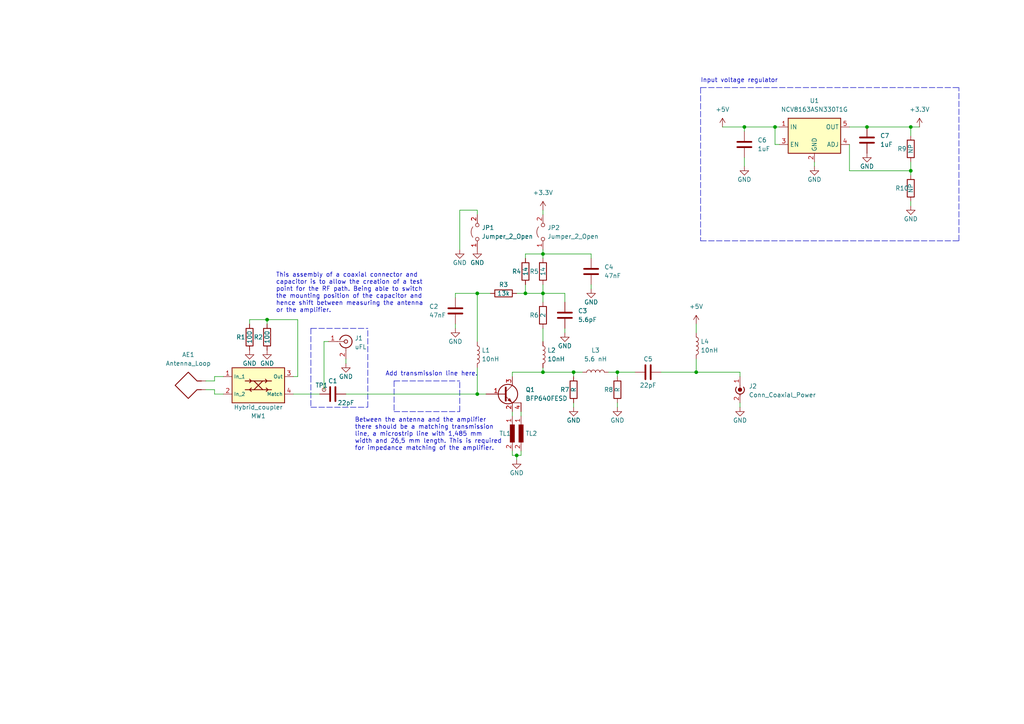
<source format=kicad_sch>
(kicad_sch (version 20211123) (generator eeschema)
  (paper "A4")
  (title_block (title "GNSS Microstrip Active Antenna") (date "2022-08-10") (company "The Antenna Guy"))
  (lib_symbols
    (symbol "Connector:Conn_Coaxial" (pin_names (offset 1.016) hide)
      (property "Reference" "J" (at 0.254 3.048 0))
      (property "Value" "Conn_Coaxial" (at 2.921 0 90))
      (symbol "Conn_Coaxial_0_1"
        (arc (start -1.778 -0.508) (mid 0.2311 -1.8066) (end 1.778 0) (stroke (width 0.254)))
        (polyline (pts (xy -2.54 0) (xy -0.508 0)))
        (polyline (pts (xy 0 -2.54) (xy 0 -1.778)))
        (circle (center 0 0) (radius 0.508) (stroke (width 0.2032)))
        (arc (start 1.778 0) (mid 0.2099 1.8101) (end -1.778 0.508) (stroke (width 0.254)))
      )
      (symbol "Conn_Coaxial_1_1"
        (pin passive line (at -5.08 0 0) (length 2.54) (name "In") (number "1"))
        (pin passive line (at 0 -5.08 90) (length 2.54) (name "Ext") (number "2"))
      )
    )
    (symbol "Connector:Conn_Coaxial_Power" (pin_names (offset 1.016) hide)
      (property "Reference" "J" (at -5.08 -1.27 90))
      (property "Value" "Conn_Coaxial_Power" (at -3.175 -1.27 90))
      (symbol "Conn_Coaxial_Power_0_1"
        (arc (start -1.27 -1.27) (mid 0 -2.54) (end 1.27 -1.27) (stroke (width 0.254)))
        (arc (start -1.016 -0.508) (mid -1.2048 -0.8684) (end -1.27 -1.27) (stroke (width 0.254)))
        (circle (center 0 -1.27) (radius 0.508) (stroke (width 0.2032)) (fill (type outline)))
        (polyline (pts (xy 0 -2.54) (xy 0 -3.048)))
        (polyline (pts (xy 0 0) (xy 0 -1.27)))
        (arc (start 1.27 -1.27) (mid 1.2048 -0.8684) (end 1.016 -0.508) (stroke (width 0.254)))
      )
      (symbol "Conn_Coaxial_Power_1_1"
        (pin passive line (at 0 2.54 270) (length 2.54) (name "In") (number "1"))
        (pin passive line (at 0 -5.08 90) (length 2.54) (name "Ext") (number "2"))
      )
    )
    (symbol "Connector:TestPoint_Small" (pin_numbers hide) (pin_names (offset 0.762) hide)
      (property "Reference" "TP" (at 0 3.81 0))
      (property "Value" "TestPoint_Small" (at 0 2.032 0))
      (symbol "TestPoint_Small_0_1"
        (circle (center 0 0) (radius 0.508))
      )
      (symbol "TestPoint_Small_1_1"
        (pin passive line (at 0 0 90) (length 0) (name "1") (number "1"))
      )
    )
    (symbol "Device:Antenna_Loop" (pin_numbers hide) (pin_names (offset 1.016) hide)
      (property "Reference" "AE" (at 1.27 6.35 0))
      (property "Value" "Antenna_Loop" (at 1.27 5.08 0))
      (symbol "Antenna_Loop_0_1"
        (polyline (pts (xy 2.54 -3.81) (xy 2.54 -2.54) (xy 5.08 0) (xy 1.27 3.81) (xy -2.54 0) (xy 0 -2.54) (xy 0 -3.81)) (stroke (width 0.254)))
      )
      (symbol "Antenna_Loop_1_1"
        (pin input line (at 0 -5.08 90) (length 2.54) (name "~") (number "1"))
        (pin input line (at 2.54 -5.08 90) (length 2.54) (name "~") (number "2"))
      )
    )
    (symbol "Device:C" (pin_numbers hide) (pin_names (offset 0.254))
      (property "Reference" "C" (at 0.635 2.54 0))
      (property "Value" "C" (at 0.635 -2.54 0))
      (symbol "C_0_1"
        (polyline (pts (xy -2.032 -0.762) (xy 2.032 -0.762)) (stroke (width 0.508)))
        (polyline (pts (xy -2.032 0.762) (xy 2.032 0.762)) (stroke (width 0.508)))
      )
      (symbol "C_1_1"
        (pin passive line (at 0 3.81 270) (length 2.794) (name "~") (number "1"))
        (pin passive line (at 0 -3.81 90) (length 2.794) (name "~") (number "2"))
      )
    )
    (symbol "Device:L" (pin_numbers hide) (pin_names (offset 1.016) hide)
      (property "Reference" "L" (at -1.27 0 90))
      (property "Value" "L" (at 1.905 0 90))
      (symbol "L_0_1"
        (arc (start 0 -2.54) (mid 0.635 -1.905) (end 0 -1.27))
        (arc (start 0 -1.27) (mid 0.635 -0.635) (end 0 0))
        (arc (start 0 0) (mid 0.635 0.635) (end 0 1.27))
        (arc (start 0 1.27) (mid 0.635 1.905) (end 0 2.54))
      )
      (symbol "L_1_1"
        (pin passive line (at 0 3.81 270) (length 1.27) (name "1") (number "1"))
        (pin passive line (at 0 -3.81 90) (length 1.27) (name "2") (number "2"))
      )
    )
    (symbol "Device:R" (pin_numbers hide) (pin_names (offset 0))
      (property "Reference" "R" (at 2.032 0 90))
      (property "Value" "R" (at 0 0 90))
      (symbol "R_0_1"
        (rectangle (start -1.016 -2.54) (end 1.016 2.54) (stroke (width 0.254)))
      )
      (symbol "R_1_1"
        (pin passive line (at 0 3.81 270) (length 1.27) (name "~") (number "1"))
        (pin passive line (at 0 -3.81 90) (length 1.27) (name "~") (number "2"))
      )
    )
    (symbol "Jumper:Jumper_2_Open" (pin_names (offset 0) hide)
      (property "Reference" "JP" (at 0 2.794 0))
      (property "Value" "Jumper_2_Open" (at 0 -2.286 0))
      (symbol "Jumper_2_Open_0_0"
        (circle (center -2.032 0) (radius 0.508))
        (circle (center 2.032 0) (radius 0.508))
      )
      (symbol "Jumper_2_Open_0_1"
        (arc (start 1.524 1.27) (mid 0 1.778) (end -1.524 1.27))
      )
      (symbol "Jumper_2_Open_1_1"
        (pin passive line (at -5.08 0 0) (length 2.54) (name "A") (number "1"))
        (pin passive line (at 5.08 0 180) (length 2.54) (name "B") (number "2"))
      )
    )
    (symbol "gnss_antenna_lib:Emiter_load_line" (in_bom no)
      (property "Reference" "TL" (at 0 -1.905 0))
      (symbol "Emiter_load_line_0_1"
        (rectangle (start -2.54 0.635) (end 2.54 -0.635) (fill (type outline)))
      )
      (symbol "Emiter_load_line_1_1"
        (pin passive line (at -5.08 0 0) (length 2.54) (name "") (number "1"))
        (pin passive line (at 5.08 0 180) (length 2.54) (name "") (number "2"))
      )
    )
    (symbol "gnss_antenna_lib:Hybrid_coupler" (in_bom no)
      (property "Reference" "MW" (at 0 6.35 0))
      (property "Value" "Hybrid_coupler" (at 0.635 8.255 0))
      (symbol "Hybrid_coupler_0_1"
        (rectangle (start -7.62 5.08) (end 7.62 -5.08) (stroke (width 0.254)) (fill (type background)))
      )
      (symbol "Hybrid_coupler_1_1"
        (polyline (pts (xy -3.81 -1.27) (xy 3.81 -1.27)) (stroke (width 0.254)))
        (polyline (pts (xy -3.81 1.27) (xy 3.81 1.27)) (stroke (width 0.254)))
        (polyline (pts (xy -2.54 -1.27) (xy -2.032 -1.778)) (stroke (width 0.254)))
        (polyline (pts (xy -2.54 1.778) (xy -2.032 1.27)) (stroke (width 0.254)))
        (polyline (pts (xy -2.032 -0.762) (xy -2.54 -1.27)) (stroke (width 0.254)))
        (polyline (pts (xy -2.032 1.27) (xy -2.54 0.762)) (stroke (width 0.254)))
        (polyline (pts (xy -1.27 1.27) (xy 1.27 -1.27)) (stroke (width 0.254)))
        (polyline (pts (xy 1.27 1.27) (xy -1.27 -1.27)) (stroke (width 0.254)))
        (polyline (pts (xy 2.032 1.778) (xy 2.54 1.27)) (stroke (width 0.254)))
        (polyline (pts (xy 2.286 -0.762) (xy 2.794 -1.27)) (stroke (width 0.254)))
        (polyline (pts (xy 2.54 1.27) (xy 2.032 0.762)) (stroke (width 0.254)))
        (polyline (pts (xy 2.794 -1.27) (xy 2.286 -1.778)) (stroke (width 0.254)))
        (pin passive line (at -10.16 2.54 0) (length 2.54) (name "In_1") (number "1"))
        (pin passive line (at -10.16 -2.54 0) (length 2.54) (name "In_2") (number "2"))
        (pin passive line (at 10.16 2.54 180) (length 2.54) (name "Out") (number "3"))
        (pin passive line (at 10.16 -2.54 180) (length 2.54) (name "Match") (number "4"))
      )
    )
    (symbol "gnss_antenna_lib:NCV8163ASN330T1G"
      (property "Reference" "U" (at 0 8.89 0))
      (property "Value" "NCV8163ASN330T1G" (at 0 6.35 0))
      (symbol "NCV8163ASN330T1G_0_1"
        (rectangle (start -7.62 5.08) (end 7.62 -5.08) (stroke (width 0.254)) (fill (type background)))
      )
      (symbol "NCV8163ASN330T1G_1_1"
        (pin power_in line (at -10.16 2.54 0) (length 2.54) (name "IN") (number "1"))
        (pin power_in line (at 0 -7.62 90) (length 2.54) (name "GND") (number "2"))
        (pin input line (at -10.16 -2.54 0) (length 2.54) (name "EN") (number "3"))
        (pin passive line (at 10.16 -2.54 180) (length 2.54) (name "ADJ") (number "4"))
        (pin power_out line (at 10.16 2.54 180) (length 2.54) (name "OUT") (number "5"))
      )
    )
    (symbol "gnss_antenna_lib:Q_NPN_BECE" (pin_names (offset 0) hide)
      (property "Reference" "Q" (at 5.08 1.27 0))
      (property "Value" "Q_NPN_BECE" (at 5.08 -1.27 0))
      (symbol "Q_NPN_BECE_0_1"
        (polyline (pts (xy 0.635 0.635) (xy 2.54 2.54)))
        (polyline (pts (xy 5.08 -2.54) (xy 2.54 -2.54)))
        (polyline (pts (xy 0.635 -0.635) (xy 2.54 -2.54) (xy 2.54 -2.54)))
        (polyline (pts (xy 0.635 1.905) (xy 0.635 -1.905) (xy 0.635 -1.905)) (stroke (width 0.508)))
        (polyline (pts (xy 1.27 -1.778) (xy 1.778 -1.27) (xy 2.286 -2.286) (xy 1.27 -1.778) (xy 1.27 -1.778)) (fill (type outline)))
        (circle (center 1.27 0) (radius 2.8194) (stroke (width 0.254)))
      )
      (symbol "Q_NPN_BECE_1_1"
        (pin input line (at -5.08 0 0) (length 5.715) (name "B") (number "1"))
        (pin passive line (at 2.54 -5.08 90) (length 2.54) (name "E") (number "2"))
        (pin passive line (at 2.54 5.08 270) (length 2.54) (name "C") (number "3"))
        (pin passive line (at 5.08 -5.08 90) (length 2.54) (name "E") (number "4"))
      )
    )
    (symbol "power:+3.3V" (power) (pin_names (offset 0))
      (property "Value" "+3.3V" (at 0 3.556 0))
      (symbol "+3.3V_0_1"
        (polyline (pts (xy -0.762 1.27) (xy 0 2.54)))
        (polyline (pts (xy 0 0) (xy 0 2.54)))
        (polyline (pts (xy 0 2.54) (xy 0.762 1.27)))
      )
      (symbol "+3.3V_1_1"
        (pin power_in line (at 0 0 90) (length 0) hide (name "+3.3V") (number "1"))
      )
    )
    (symbol "power:+5V" (power) (pin_names (offset 0))
      (property "Value" "+5V" (at 0 3.556 0))
      (symbol "+5V_0_1"
        (polyline (pts (xy -0.762 1.27) (xy 0 2.54)))
        (polyline (pts (xy 0 0) (xy 0 2.54)))
        (polyline (pts (xy 0 2.54) (xy 0.762 1.27)))
      )
      (symbol "+5V_1_1"
        (pin power_in line (at 0 0 90) (length 0) hide (name "+5V") (number "1"))
      )
    )
    (symbol "power:GND" (power) (pin_names (offset 0))
      (property "Value" "GND" (at 0 -3.81 0))
      (symbol "GND_0_1"
        (polyline (pts (xy 0 0) (xy 0 -1.27) (xy 1.27 -1.27) (xy 0 -2.54) (xy -1.27 -1.27) (xy 0 -1.27)))
      )
      (symbol "GND_1_1"
        (pin power_in line (at 0 0 270) (length 0) hide (name "GND") (number "1"))
      )
    )
  )
  (junction (at 149.86 132.08))
  (junction (at 157.48 107.95))
  (junction (at 264.16 49.53))
  (junction (at 157.48 85.09))
  (junction (at 215.9 36.83))
  (junction (at 138.43 85.09))
  (junction (at 166.37 107.95))
  (junction (at 251.46 36.83))
  (junction (at 157.48 73.66))
  (junction (at 179.07 107.95))
  (junction (at 138.43 114.3))
  (junction (at 264.16 36.83))
  (junction (at 77.47 92.71))
  (junction (at 201.93 107.95))
  (junction (at 224.79 36.83))
  (junction (at 152.4 85.09))
  (wire (pts (xy 77.47 92.71) (xy 77.47 93.98)))
  (wire (pts (xy 138.43 85.09) (xy 138.43 99.06)))
  (wire (pts (xy 100.33 104.14) (xy 100.33 105.41)))
  (wire (pts (xy 215.9 36.83) (xy 224.79 36.83)))
  (wire (pts (xy 93.98 99.06) (xy 95.25 99.06)))
  (wire (pts (xy 85.09 109.22) (xy 86.36 109.22)))
  (wire (pts (xy 246.38 41.91) (xy 246.38 49.53)))
  (wire (pts (xy 62.23 114.3) (xy 64.77 114.3)))
  (wire (pts (xy 72.39 93.98) (xy 72.39 92.71)))
  (wire (pts (xy 148.59 132.08) (xy 149.86 132.08)))
  (wire (pts (xy 152.4 73.66) (xy 157.48 73.66)))
  (polyline (pts (xy 203.2 69.85) (xy 278.13 69.85)))
  (wire (pts (xy 166.37 116.84) (xy 166.37 118.11)))
  (wire (pts (xy 132.08 85.09) (xy 138.43 85.09)))
  (wire (pts (xy 179.07 107.95) (xy 184.15 107.95)))
  (wire (pts (xy 138.43 114.3) (xy 140.97 114.3)))
  (wire (pts (xy 62.23 113.03) (xy 62.23 114.3)))
  (wire (pts (xy 149.86 132.08) (xy 151.13 132.08)))
  (wire (pts (xy 86.36 109.22) (xy 86.36 92.71)))
  (wire (pts (xy 201.93 104.14) (xy 201.93 107.95)))
  (wire (pts (xy 214.63 116.84) (xy 214.63 118.11)))
  (wire (pts (xy 133.35 60.96) (xy 133.35 72.39)))
  (wire (pts (xy 132.08 93.98) (xy 132.08 95.25)))
  (wire (pts (xy 157.48 85.09) (xy 163.83 85.09)))
  (wire (pts (xy 59.69 110.49) (xy 62.23 110.49)))
  (wire (pts (xy 148.59 130.81) (xy 148.59 132.08)))
  (wire (pts (xy 236.22 46.99) (xy 236.22 48.26)))
  (wire (pts (xy 93.98 113.03) (xy 93.98 99.06)))
  (wire (pts (xy 138.43 85.09) (xy 142.24 85.09)))
  (wire (pts (xy 148.59 119.38) (xy 148.59 120.65)))
  (wire (pts (xy 171.45 73.66) (xy 171.45 74.93)))
  (wire (pts (xy 157.48 73.66) (xy 171.45 73.66)))
  (wire (pts (xy 100.33 114.3) (xy 138.43 114.3)))
  (wire (pts (xy 209.55 36.83) (xy 215.9 36.83)))
  (wire (pts (xy 151.13 119.38) (xy 151.13 120.65)))
  (wire (pts (xy 86.36 92.71) (xy 77.47 92.71)))
  (wire (pts (xy 59.69 113.03) (xy 62.23 113.03)))
  (wire (pts (xy 224.79 36.83) (xy 224.79 41.91)))
  (wire (pts (xy 152.4 74.93) (xy 152.4 73.66)))
  (wire (pts (xy 148.59 107.95) (xy 157.48 107.95)))
  (wire (pts (xy 152.4 82.55) (xy 152.4 85.09)))
  (wire (pts (xy 148.59 109.22) (xy 148.59 107.95)))
  (wire (pts (xy 157.48 72.39) (xy 157.48 73.66)))
  (wire (pts (xy 151.13 130.81) (xy 151.13 132.08)))
  (polyline (pts (xy 90.17 118.11) (xy 106.68 118.11)))
  (wire (pts (xy 215.9 45.72) (xy 215.9 48.26)))
  (wire (pts (xy 157.48 60.96) (xy 157.48 62.23)))
  (polyline (pts (xy 114.3 110.49) (xy 133.35 110.49)))
  (wire (pts (xy 157.48 106.68) (xy 157.48 107.95)))
  (wire (pts (xy 251.46 36.83) (xy 264.16 36.83)))
  (wire (pts (xy 191.77 107.95) (xy 201.93 107.95)))
  (polyline (pts (xy 106.68 118.11) (xy 106.68 95.25)))
  (wire (pts (xy 179.07 107.95) (xy 179.07 109.22)))
  (wire (pts (xy 179.07 116.84) (xy 179.07 118.11)))
  (wire (pts (xy 138.43 60.96) (xy 133.35 60.96)))
  (wire (pts (xy 201.93 93.98) (xy 201.93 96.52)))
  (wire (pts (xy 246.38 36.83) (xy 251.46 36.83)))
  (wire (pts (xy 246.38 49.53) (xy 264.16 49.53)))
  (wire (pts (xy 214.63 107.95) (xy 214.63 109.22)))
  (wire (pts (xy 157.48 73.66) (xy 157.48 74.93)))
  (wire (pts (xy 62.23 109.22) (xy 64.77 109.22)))
  (polyline (pts (xy 203.2 25.4) (xy 278.13 25.4)))
  (wire (pts (xy 201.93 107.95) (xy 214.63 107.95)))
  (wire (pts (xy 264.16 58.42) (xy 264.16 59.69)))
  (polyline (pts (xy 278.13 69.85) (xy 278.13 25.4)))
  (wire (pts (xy 226.06 41.91) (xy 224.79 41.91)))
  (polyline (pts (xy 114.3 110.49) (xy 114.3 119.38)))
  (wire (pts (xy 157.48 107.95) (xy 166.37 107.95)))
  (wire (pts (xy 264.16 49.53) (xy 264.16 50.8)))
  (wire (pts (xy 157.48 95.25) (xy 157.48 99.06)))
  (polyline (pts (xy 133.35 119.38) (xy 133.35 110.49)))
  (wire (pts (xy 132.08 86.36) (xy 132.08 85.09)))
  (polyline (pts (xy 90.17 95.25) (xy 90.17 109.22)))
  (wire (pts (xy 149.86 132.08) (xy 149.86 133.35)))
  (wire (pts (xy 166.37 107.95) (xy 168.91 107.95)))
  (wire (pts (xy 157.48 85.09) (xy 157.48 87.63)))
  (wire (pts (xy 85.09 114.3) (xy 92.71 114.3)))
  (polyline (pts (xy 90.17 95.25) (xy 106.68 95.25)))
  (wire (pts (xy 215.9 36.83) (xy 215.9 38.1)))
  (wire (pts (xy 176.53 107.95) (xy 179.07 107.95)))
  (wire (pts (xy 152.4 85.09) (xy 157.48 85.09)))
  (wire (pts (xy 138.43 106.68) (xy 138.43 114.3)))
  (polyline (pts (xy 203.2 25.4) (xy 203.2 69.85)))
  (wire (pts (xy 157.48 82.55) (xy 157.48 85.09)))
  (wire (pts (xy 224.79 36.83) (xy 226.06 36.83)))
  (wire (pts (xy 166.37 107.95) (xy 166.37 109.22)))
  (wire (pts (xy 163.83 87.63) (xy 163.83 85.09)))
  (polyline (pts (xy 90.17 109.22) (xy 90.17 118.11)))
  (polyline (pts (xy 114.3 119.38) (xy 133.35 119.38)))
  (wire (pts (xy 264.16 36.83) (xy 266.7 36.83)))
  (wire (pts (xy 163.83 95.25) (xy 163.83 96.52)))
  (wire (pts (xy 149.86 85.09) (xy 152.4 85.09)))
  (wire (pts (xy 138.43 62.23) (xy 138.43 60.96)))
  (wire (pts (xy 264.16 36.83) (xy 264.16 39.37)))
  (wire (pts (xy 171.45 82.55) (xy 171.45 83.82)))
  (wire (pts (xy 62.23 110.49) (xy 62.23 109.22)))
  (wire (pts (xy 264.16 46.99) (xy 264.16 49.53)))
  (wire (pts (xy 72.39 92.71) (xy 77.47 92.71)))
  (text "This assembly of a coaxial connector and \ncapacitor is to allow the creation of a test \npoint for the RF path. Being able to switch \nthe mounting position of the capacitor and \nhence shift between measuring the antenna \nor the amplifier." (at 80.01 90.805 0) (effects (font (size 1.27 1.27)) (justify left bottom)))
  (text "Between the antenna and the amplifier \nthere should be a matching transmission \nline, a microstrip line with 1,485 mm \nwidth and 26,5 mm length. This is required \nfor impedance matching of the amplifier." (at 102.87 130.81 0) (effects (font (size 1.27 1.27)) (justify left bottom)))
  (text "Add transmission line here." (at 111.76 109.22 0) (effects (font (size 1.27 1.27)) (justify left bottom)))
  (text "Input voltage regulator" (at 203.2 24.13 0) (effects (font (size 1.27 1.27)) (justify left bottom)))
  (symbol (lib_id "Device:R") (at 264.16 43.18 180) (unit 1)
    (property "Reference" "R9" (at 261.62 43.18 0))
    (property "Value" "NP" (at 264.16 43.18 90))
    (property "Footprint" "Resistor_SMD:R_0402_1005Metric_Pad0.72x0.64mm_HandSolder" (effects hide))
  )
  (symbol (lib_id "power:GND") (at 149.86 133.35 0) (mirror y) (unit 1)
    (property "Reference" "#PWR06" (effects hide))
    (property "Value" "GND" (at 149.86 137.16 0))
  )
  (symbol (lib_id "Device:R") (at 146.05 85.09 90) (unit 1)
    (property "Reference" "R3" (at 146.05 82.55 90))
    (property "Value" "13k" (at 146.05 85.09 90))
    (property "Footprint" "Resistor_SMD:R_0603_1608Metric" (effects hide))
    (property "Datasheet" "https://datasheet.lcsc.com/lcsc/2206010130_UNI-ROYAL-Uniroyal-Elec-0603WAF1302T5E_C22797.pdf" (effects hide))
    (property "Supplier" "JLCPCB" (effects hide))
    (property "Supplier PN" "C22797" (effects hide))
  )
  (symbol (lib_id "power:GND") (at 100.33 105.41 0) (unit 1)
    (property "Reference" "#PWR03" (effects hide))
    (property "Value" "GND" (at 100.33 109.22 0))
  )
  (symbol (lib_id "power:GND") (at 171.45 83.82 0) (unit 1)
    (property "Reference" "#PWR010" (effects hide))
    (property "Value" "GND" (at 171.45 87.63 0))
  )
  (symbol (lib_id "power:+3.3V") (at 157.48 60.96 0) (unit 1)
    (property "Reference" "#PWR07" (effects hide))
    (property "Value" "+3.3V" (at 157.48 55.88 0))
  )
  (symbol (lib_id "Connector:TestPoint_Small") (at 93.98 113.03 0) (unit 1)
    (property "Reference" "TP1" (at 91.44 111.76 0) (effects (justify left)))
    (property "Value" "TestPoint_Small" (effects hide))
    (property "Footprint" "TestPoint:TestPoint_Pad_1.0x1.0mm" (effects hide))
  )
  (symbol (lib_id "power:GND") (at 264.16 59.69 0) (unit 1)
    (property "Reference" "#PWR018" (effects hide))
    (property "Value" "GND" (at 264.16 63.5 0))
  )
  (symbol (lib_id "power:+5V") (at 201.93 93.98 0) (unit 1)
    (property "Reference" "#PWR012" (effects hide))
    (property "Value" "+5V" (at 201.93 88.9 0))
  )
  (symbol (lib_id "Device:R") (at 157.48 78.74 180) (unit 1)
    (property "Reference" "R5" (at 154.94 78.74 0))
    (property "Value" "14" (at 157.48 78.74 90))
    (property "Footprint" "Resistor_SMD:R_0603_1608Metric" (effects hide))
    (property "Supplier" "JLCPCB" (effects hide))
  )
  (symbol (lib_id "Device:R") (at 179.07 113.03 180) (unit 1)
    (property "Reference" "R8" (at 176.53 113.03 0))
    (property "Value" "R" (at 179.07 113.03 90))
    (property "Footprint" "Resistor_SMD:R_0402_1005Metric_Pad0.72x0.64mm_HandSolder" (effects hide))
  )
  (symbol (lib_id "Connector:Conn_Coaxial") (at 100.33 99.06 0) (unit 1)
    (property "Reference" "J1" (at 102.87 98.0831 0) (effects (justify left)))
    (property "Value" "uFL" (at 102.87 100.6231 0) (effects (justify left)))
    (property "Footprint" "Connector_Coaxial:U.FL_Hirose_U.FL-R-SMT-1_Vertical" (effects hide))
    (property "Datasheet" " ~" (effects hide))
  )
  (symbol (lib_id "power:GND") (at 133.35 72.39 0) (unit 1)
    (property "Reference" "#PWR0101" (effects hide))
    (property "Value" "GND" (at 133.35 76.2 0))
  )
  (symbol (lib_id "Device:R") (at 72.39 97.79 180) (unit 1)
    (property "Reference" "R1" (at 69.85 97.79 0))
    (property "Value" "100" (at 72.39 97.79 90))
    (property "Footprint" "Resistor_SMD:R_0402_1005Metric_Pad0.72x0.64mm_HandSolder" (effects hide))
  )
  (symbol (lib_id "gnss_antenna_lib:Hybrid_coupler") (at 74.93 111.76 0) (unit 1) (in_bom no)
    (property "Reference" "MW1" (at 74.93 120.65 0))
    (property "Value" "Hybrid_coupler" (at 74.93 118.11 0))
    (property "Footprint" "gnss_antenna:hybrid_square_1.575ghz" (effects hide))
  )
  (symbol (lib_id "power:+3.3V") (at 266.7 36.83 0) (unit 1)
    (property "Reference" "#PWR019" (effects hide))
    (property "Value" "+3.3V" (at 266.7 31.75 0))
  )
  (symbol (lib_id "power:GND") (at 166.37 118.11 0) (unit 1)
    (property "Reference" "#PWR09" (effects hide))
    (property "Value" "GND" (at 166.37 121.92 0))
  )
  (symbol (lib_id "Device:C") (at 215.9 41.91 0) (unit 1)
    (property "Reference" "C6" (at 219.71 40.6399 0) (effects (justify left)))
    (property "Value" "1uF" (at 219.71 43.1799 0) (effects (justify left)))
    (property "Footprint" "Capacitor_SMD:C_0603_1608Metric_Pad1.08x0.95mm_HandSolder" (effects hide))
  )
  (symbol (lib_id "Device:C") (at 171.45 78.74 0) (unit 1)
    (property "Reference" "C4" (at 175.26 77.4699 0) (effects (justify left)))
    (property "Value" "47nF" (at 175.26 80.0099 0) (effects (justify left)))
    (property "Footprint" "Capacitor_SMD:C_0603_1608Metric_Pad1.08x0.95mm_HandSolder" (effects hide))
  )
  (symbol (lib_id "power:+5V") (at 209.55 36.83 0) (unit 1)
    (property "Reference" "#PWR013" (effects hide))
    (property "Value" "+5V" (at 209.55 31.75 0))
  )
  (symbol (lib_id "power:GND") (at 251.46 44.45 0) (unit 1)
    (property "Reference" "#PWR017" (effects hide))
    (property "Value" "GND" (at 251.46 48.26 0))
  )
  (symbol (lib_id "Device:C") (at 187.96 107.95 90) (unit 1)
    (property "Reference" "C5" (at 187.96 104.14 90))
    (property "Value" "22pF" (at 187.96 111.76 90))
    (property "Footprint" "Capacitor_SMD:C_0402_1005Metric_Pad0.74x0.62mm_HandSolder" (effects hide))
  )
  (symbol (lib_id "Device:L") (at 138.43 102.87 0) (unit 1)
    (property "Reference" "L1" (at 139.7 101.5999 0) (effects (justify left)))
    (property "Value" "10nH" (at 139.7 104.1399 0) (effects (justify left)))
    (property "Footprint" "Inductor_SMD:L_0402_1005Metric" (effects hide))
    (property "Datasheet" "https://datasheet.lcsc.com/lcsc/2110081230_Sunlord-SDCL1005C10NJTDF_C27147.pdf" (effects hide))
    (property "Supplier" "JLCPCB" (effects hide))
    (property "Supplier PN" "C27147" (effects hide))
  )
  (symbol (lib_id "Device:C") (at 96.52 114.3 90) (unit 1)
    (property "Reference" "C1" (at 96.52 110.49 90))
    (property "Value" "22pF" (at 100.33 116.84 90))
    (property "Footprint" "Capacitor_SMD:C_0402_1005Metric_Pad0.74x0.62mm_HandSolder" (effects hide))
  )
  (symbol (lib_id "power:GND") (at 138.43 72.39 0) (unit 1)
    (property "Reference" "#PWR05" (effects hide))
    (property "Value" "GND" (at 138.43 76.2 0))
  )
  (symbol (lib_id "Connector:Conn_Coaxial_Power") (at 214.63 111.76 0) (unit 1)
    (property "Reference" "J2" (at 217.17 112.0139 0) (effects (justify left)))
    (property "Value" "Conn_Coaxial_Power" (at 217.17 114.5539 0) (effects (justify left)))
    (property "Footprint" "Connector_Coaxial:SMA_Molex_73251-1153_EdgeMount_Horizontal" (effects hide))
  )
  (symbol (lib_id "power:GND") (at 214.63 118.11 0) (unit 1)
    (property "Reference" "#PWR014" (effects hide))
    (property "Value" "GND" (at 214.63 121.92 0))
  )
  (symbol (lib_id "power:GND") (at 163.83 96.52 0) (unit 1)
    (property "Reference" "#PWR08" (effects hide))
    (property "Value" "GND" (at 163.83 100.33 0))
  )
  (symbol (lib_id "Device:R") (at 166.37 113.03 180) (unit 1)
    (property "Reference" "R7" (at 163.83 113.03 0))
    (property "Value" "R" (at 166.37 113.03 90))
    (property "Footprint" "Resistor_SMD:R_0402_1005Metric_Pad0.72x0.64mm_HandSolder" (effects hide))
  )
  (symbol (lib_id "Device:C") (at 163.83 91.44 0) (unit 1)
    (property "Reference" "C3" (at 167.64 90.1699 0) (effects (justify left)))
    (property "Value" "5.6pF" (at 167.64 92.7099 0) (effects (justify left)))
    (property "Footprint" "Capacitor_SMD:C_0402_1005Metric_Pad0.74x0.62mm_HandSolder" (effects hide))
  )
  (symbol (lib_id "Jumper:Jumper_2_Open") (at 138.43 67.31 90) (unit 1)
    (property "Reference" "JP1" (at 139.7 66.0399 90) (effects (justify right)))
    (property "Value" "Jumper_2_Open" (at 139.7 68.5799 90) (effects (justify right)))
    (property "Footprint" "Connector_PinHeader_2.54mm:PinHeader_1x02_P2.54mm_Vertical" (effects hide))
  )
  (symbol (lib_id "Device:R") (at 152.4 78.74 180) (unit 1)
    (property "Reference" "R4" (at 149.86 78.74 0))
    (property "Value" "14" (at 152.4 78.74 90))
    (property "Footprint" "Resistor_SMD:R_0603_1608Metric" (effects hide))
    (property "Supplier" "JLCPCB" (effects hide))
  )
  (symbol (lib_id "gnss_antenna_lib:Emiter_load_line") (at 151.13 125.73 270) (unit 1) (in_bom no)
    (property "Reference" "TL2" (at 152.4 125.73 90) (effects (justify left)))
    (property "Value" "Emiter_load_line" (effects hide))
    (property "Footprint" "gnss_antenna:BFP640FESD_emitter_loadline" (effects hide))
  )
  (symbol (lib_id "power:GND") (at 179.07 118.11 0) (unit 1)
    (property "Reference" "#PWR011" (effects hide))
    (property "Value" "GND" (at 179.07 121.92 0))
  )
  (symbol (lib_id "power:GND") (at 236.22 48.26 0) (unit 1)
    (property "Reference" "#PWR016" (effects hide))
    (property "Value" "GND" (at 236.22 52.07 0))
  )
  (symbol (lib_id "Device:C") (at 251.46 40.64 0) (unit 1)
    (property "Reference" "C7" (at 255.27 39.3699 0) (effects (justify left)))
    (property "Value" "1uF" (at 255.27 41.9099 0) (effects (justify left)))
    (property "Footprint" "Capacitor_SMD:C_0603_1608Metric_Pad1.08x0.95mm_HandSolder" (effects hide))
  )
  (symbol (lib_id "gnss_antenna_lib:Emiter_load_line") (at 148.59 125.73 270) (unit 1) (in_bom no)
    (property "Reference" "TL1" (at 144.78 125.73 90) (effects (justify left)))
    (property "Value" "Emiter_load_line" (effects hide))
    (property "Footprint" "gnss_antenna:BFP640FESD_emitter_loadline" (effects hide))
  )
  (symbol (lib_id "power:GND") (at 77.47 101.6 0) (unit 1)
    (property "Reference" "#PWR02" (effects hide))
    (property "Value" "GND" (at 77.47 105.41 0))
  )
  (symbol (lib_id "Device:L") (at 201.93 100.33 0) (unit 1)
    (property "Reference" "L4" (at 203.2 99.0599 0) (effects (justify left)))
    (property "Value" "10nH" (at 203.2 101.5999 0) (effects (justify left)))
    (property "Footprint" "Inductor_SMD:L_0402_1005Metric" (effects hide))
    (property "Datasheet" "https://datasheet.lcsc.com/lcsc/2110081230_Sunlord-SDCL1005C10NJTDF_C27147.pdf" (effects hide))
    (property "Supplier" "JLCPCB" (effects hide))
    (property "Supplier PN" "C27147" (effects hide))
  )
  (symbol (lib_id "Device:R") (at 157.48 91.44 180) (unit 1)
    (property "Reference" "R6" (at 154.94 91.44 0))
    (property "Value" "2" (at 157.48 91.44 90))
    (property "Footprint" "Resistor_SMD:R_0603_1608Metric" (effects hide))
    (property "Datasheet" "https://datasheet.lcsc.com/lcsc/2206010116_UNI-ROYAL-Uniroyal-Elec-0603WAF200KT5E_C22977.pdf" (effects hide))
    (property "Supplier" "JLCPCB" (effects hide))
    (property "Supplier PN" "C22977" (effects hide))
  )
  (symbol (lib_id "Jumper:Jumper_2_Open") (at 157.48 67.31 90) (unit 1)
    (property "Reference" "JP2" (at 158.75 66.0399 90) (effects (justify right)))
    (property "Value" "Jumper_2_Open" (at 158.75 68.5799 90) (effects (justify right)))
    (property "Footprint" "Connector_PinHeader_2.54mm:PinHeader_1x02_P2.54mm_Vertical" (effects hide))
  )
  (symbol (lib_id "gnss_antenna_lib:Q_NPN_BECE") (at 146.05 114.3 0) (unit 1)
    (property "Reference" "Q1" (at 152.4 113.0299 0) (effects (justify left)))
    (property "Value" "BFP640FESD" (at 152.4 115.5699 0) (effects (justify left)))
    (property "Footprint" "gnss_antenna:BFP640FESDH6327" (effects hide))
    (property "Manufacturer" "Infineon" (effects hide))
    (property "Supplier" "Mouser" (effects hide))
    (property "Supplier PN" "726-BFP640FESDH6327" (effects hide))
  )
  (symbol (lib_id "power:GND") (at 215.9 48.26 0) (unit 1)
    (property "Reference" "#PWR015" (effects hide))
    (property "Value" "GND" (at 215.9 52.07 0))
  )
  (symbol (lib_id "Device:C") (at 132.08 90.17 180) (unit 1)
    (property "Reference" "C2" (at 124.46 88.9 0) (effects (justify right)))
    (property "Value" "47nF" (at 124.46 91.44 0) (effects (justify right)))
    (property "Footprint" "Capacitor_SMD:C_0603_1608Metric_Pad1.08x0.95mm_HandSolder" (effects hide))
  )
  (symbol (lib_id "power:GND") (at 72.39 101.6 0) (unit 1)
    (property "Reference" "#PWR01" (effects hide))
    (property "Value" "GND" (at 72.39 105.41 0))
  )
  (symbol (lib_id "Device:Antenna_Loop") (at 54.61 110.49 90) (mirror x) (unit 1)
    (property "Reference" "AE1" (at 54.61 102.87 90))
    (property "Value" "Antenna_Loop" (at 54.61 105.41 90))
    (property "Footprint" "gnss_antenna:ring_patch_feed-points" (effects hide))
  )
  (symbol (lib_id "Device:L") (at 157.48 102.87 0) (unit 1)
    (property "Reference" "L2" (at 158.75 101.5999 0) (effects (justify left)))
    (property "Value" "10nH" (at 158.75 104.1399 0) (effects (justify left)))
    (property "Footprint" "Inductor_SMD:L_0402_1005Metric" (effects hide))
    (property "Datasheet" "https://datasheet.lcsc.com/lcsc/2110081230_Sunlord-SDCL1005C10NJTDF_C27147.pdf" (effects hide))
    (property "Supplier" "JLCPCB" (effects hide))
    (property "Supplier PN" "C27147" (effects hide))
  )
  (symbol (lib_id "power:GND") (at 132.08 95.25 0) (unit 1)
    (property "Reference" "#PWR04" (effects hide))
    (property "Value" "GND" (at 132.08 99.06 0))
  )
  (symbol (lib_id "Device:L") (at 172.72 107.95 90) (unit 1)
    (property "Reference" "L3" (at 172.72 101.6 90))
    (property "Value" "5.6 nH" (at 172.72 104.14 90))
    (property "Footprint" "Inductor_SMD:L_0402_1005Metric_Pad0.77x0.64mm_HandSolder" (effects hide))
    (property "Supplier" "JLCPCB" (effects hide))
    (property "Supplier PN" "C86066" (effects hide))
  )
  (symbol (lib_id "Device:R") (at 77.47 97.79 180) (unit 1)
    (property "Reference" "R2" (at 74.93 97.79 0))
    (property "Value" "100" (at 77.47 97.79 90))
    (property "Footprint" "Resistor_SMD:R_0402_1005Metric_Pad0.72x0.64mm_HandSolder" (effects hide))
  )
  (symbol (lib_id "Device:R") (at 264.16 54.61 180) (unit 1)
    (property "Reference" "R10" (at 261.62 54.61 0))
    (property "Value" "NP" (at 264.16 54.61 90))
    (property "Footprint" "Resistor_SMD:R_0402_1005Metric_Pad0.72x0.64mm_HandSolder" (effects hide))
  )
  (symbol (lib_id "gnss_antenna_lib:NCV8163ASN330T1G") (at 236.22 39.37 0) (unit 1)
    (property "Reference" "U1" (at 236.22 29.21 0))
    (property "Value" "NCV8163ASN330T1G" (at 236.22 31.75 0))
    (property "Footprint" "Package_TO_SOT_SMD:TSOT-23-5" (effects hide))
    (property "Datasheet" "https://pt.mouser.com/datasheet/2/308/1/NCV8163_D-2317390.pdf" (effects hide))
  )
)
</source>
